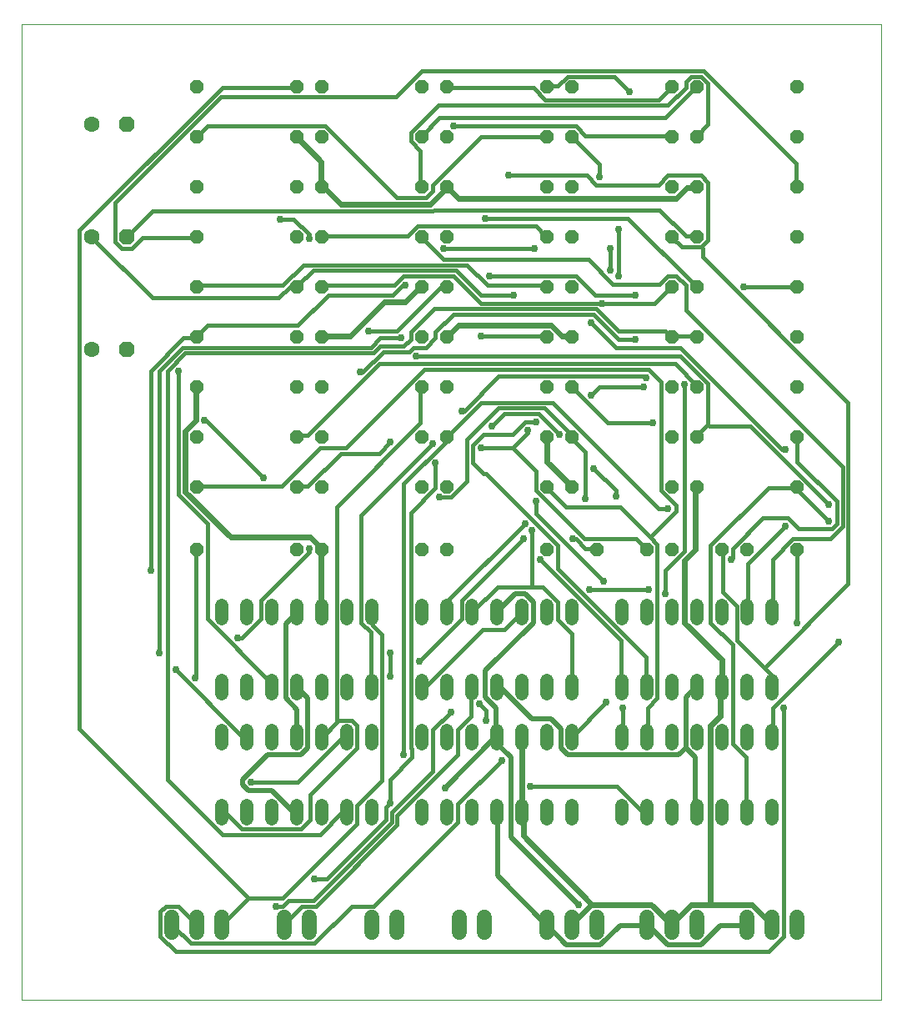
<source format=gbl>
G75*
%MOIN*%
%OFA0B0*%
%FSLAX25Y25*%
%IPPOS*%
%LPD*%
%AMOC8*
5,1,8,0,0,1.08239X$1,22.5*
%
%ADD10C,0.00000*%
%ADD11OC8,0.06300*%
%ADD12C,0.06300*%
%ADD13OC8,0.05200*%
%ADD14C,0.05200*%
%ADD15C,0.05937*%
%ADD16C,0.01600*%
%ADD17C,0.02978*%
%ADD18C,0.02400*%
%ADD19C,0.02000*%
D10*
X0001000Y0001000D02*
X0001000Y0390961D01*
X0344701Y0390961D01*
X0344701Y0001000D01*
X0001000Y0001000D01*
D11*
X0043000Y0261000D03*
X0043000Y0306000D03*
X0043000Y0351000D03*
D12*
X0029000Y0351000D03*
X0029000Y0306000D03*
X0029000Y0261000D03*
D13*
X0071000Y0266000D03*
X0071000Y0246000D03*
X0071000Y0226000D03*
X0071000Y0206000D03*
X0071000Y0181000D03*
X0111000Y0181000D03*
X0121000Y0181000D03*
X0121000Y0206000D03*
X0111000Y0206000D03*
X0111000Y0226000D03*
X0121000Y0226000D03*
X0121000Y0246000D03*
X0111000Y0246000D03*
X0111000Y0266000D03*
X0121000Y0266000D03*
X0121000Y0286000D03*
X0111000Y0286000D03*
X0111000Y0306000D03*
X0121000Y0306000D03*
X0121000Y0326000D03*
X0111000Y0326000D03*
X0111000Y0346000D03*
X0121000Y0346000D03*
X0121000Y0366000D03*
X0111000Y0366000D03*
X0071000Y0366000D03*
X0071000Y0346000D03*
X0071000Y0326000D03*
X0071000Y0306000D03*
X0071000Y0286000D03*
X0161000Y0286000D03*
X0171000Y0286000D03*
X0171000Y0266000D03*
X0161000Y0266000D03*
X0161000Y0246000D03*
X0171000Y0246000D03*
X0171000Y0226000D03*
X0161000Y0226000D03*
X0161000Y0206000D03*
X0171000Y0206000D03*
X0171000Y0181000D03*
X0161000Y0181000D03*
X0211000Y0181000D03*
X0231000Y0181000D03*
X0251000Y0181000D03*
X0261000Y0181000D03*
X0281000Y0181000D03*
X0291000Y0181000D03*
X0311000Y0181000D03*
X0311000Y0206000D03*
X0311000Y0226000D03*
X0311000Y0246000D03*
X0311000Y0266000D03*
X0311000Y0286000D03*
X0311000Y0306000D03*
X0311000Y0326000D03*
X0311000Y0346000D03*
X0311000Y0366000D03*
X0271000Y0366000D03*
X0261000Y0366000D03*
X0261000Y0346000D03*
X0271000Y0346000D03*
X0271000Y0326000D03*
X0261000Y0326000D03*
X0261000Y0306000D03*
X0271000Y0306000D03*
X0271000Y0286000D03*
X0261000Y0286000D03*
X0261000Y0266000D03*
X0271000Y0266000D03*
X0271000Y0246000D03*
X0261000Y0246000D03*
X0261000Y0226000D03*
X0271000Y0226000D03*
X0271000Y0206000D03*
X0261000Y0206000D03*
X0221000Y0206000D03*
X0211000Y0206000D03*
X0211000Y0226000D03*
X0221000Y0226000D03*
X0221000Y0246000D03*
X0211000Y0246000D03*
X0211000Y0266000D03*
X0221000Y0266000D03*
X0221000Y0286000D03*
X0211000Y0286000D03*
X0211000Y0306000D03*
X0221000Y0306000D03*
X0221000Y0326000D03*
X0211000Y0326000D03*
X0211000Y0346000D03*
X0221000Y0346000D03*
X0221000Y0366000D03*
X0211000Y0366000D03*
X0171000Y0366000D03*
X0161000Y0366000D03*
X0161000Y0346000D03*
X0171000Y0346000D03*
X0171000Y0326000D03*
X0161000Y0326000D03*
X0161000Y0306000D03*
X0171000Y0306000D03*
D14*
X0171000Y0158600D02*
X0171000Y0153400D01*
X0161000Y0153400D02*
X0161000Y0158600D01*
X0141000Y0158600D02*
X0141000Y0153400D01*
X0131000Y0153400D02*
X0131000Y0158600D01*
X0121000Y0158600D02*
X0121000Y0153400D01*
X0111000Y0153400D02*
X0111000Y0158600D01*
X0101000Y0158600D02*
X0101000Y0153400D01*
X0091000Y0153400D02*
X0091000Y0158600D01*
X0081000Y0158600D02*
X0081000Y0153400D01*
X0081000Y0128600D02*
X0081000Y0123400D01*
X0091000Y0123400D02*
X0091000Y0128600D01*
X0101000Y0128600D02*
X0101000Y0123400D01*
X0111000Y0123400D02*
X0111000Y0128600D01*
X0121000Y0128600D02*
X0121000Y0123400D01*
X0131000Y0123400D02*
X0131000Y0128600D01*
X0141000Y0128600D02*
X0141000Y0123400D01*
X0141000Y0108600D02*
X0141000Y0103400D01*
X0131000Y0103400D02*
X0131000Y0108600D01*
X0121000Y0108600D02*
X0121000Y0103400D01*
X0111000Y0103400D02*
X0111000Y0108600D01*
X0101000Y0108600D02*
X0101000Y0103400D01*
X0091000Y0103400D02*
X0091000Y0108600D01*
X0081000Y0108600D02*
X0081000Y0103400D01*
X0081000Y0078600D02*
X0081000Y0073400D01*
X0091000Y0073400D02*
X0091000Y0078600D01*
X0101000Y0078600D02*
X0101000Y0073400D01*
X0111000Y0073400D02*
X0111000Y0078600D01*
X0121000Y0078600D02*
X0121000Y0073400D01*
X0131000Y0073400D02*
X0131000Y0078600D01*
X0141000Y0078600D02*
X0141000Y0073400D01*
X0161000Y0073400D02*
X0161000Y0078600D01*
X0171000Y0078600D02*
X0171000Y0073400D01*
X0181000Y0073400D02*
X0181000Y0078600D01*
X0191000Y0078600D02*
X0191000Y0073400D01*
X0201000Y0073400D02*
X0201000Y0078600D01*
X0211000Y0078600D02*
X0211000Y0073400D01*
X0221000Y0073400D02*
X0221000Y0078600D01*
X0241000Y0078600D02*
X0241000Y0073400D01*
X0251000Y0073400D02*
X0251000Y0078600D01*
X0261000Y0078600D02*
X0261000Y0073400D01*
X0271000Y0073400D02*
X0271000Y0078600D01*
X0281000Y0078600D02*
X0281000Y0073400D01*
X0291000Y0073400D02*
X0291000Y0078600D01*
X0301000Y0078600D02*
X0301000Y0073400D01*
X0301000Y0103400D02*
X0301000Y0108600D01*
X0291000Y0108600D02*
X0291000Y0103400D01*
X0281000Y0103400D02*
X0281000Y0108600D01*
X0271000Y0108600D02*
X0271000Y0103400D01*
X0261000Y0103400D02*
X0261000Y0108600D01*
X0251000Y0108600D02*
X0251000Y0103400D01*
X0241000Y0103400D02*
X0241000Y0108600D01*
X0241000Y0123400D02*
X0241000Y0128600D01*
X0251000Y0128600D02*
X0251000Y0123400D01*
X0261000Y0123400D02*
X0261000Y0128600D01*
X0271000Y0128600D02*
X0271000Y0123400D01*
X0281000Y0123400D02*
X0281000Y0128600D01*
X0291000Y0128600D02*
X0291000Y0123400D01*
X0301000Y0123400D02*
X0301000Y0128600D01*
X0301000Y0153400D02*
X0301000Y0158600D01*
X0291000Y0158600D02*
X0291000Y0153400D01*
X0281000Y0153400D02*
X0281000Y0158600D01*
X0271000Y0158600D02*
X0271000Y0153400D01*
X0261000Y0153400D02*
X0261000Y0158600D01*
X0251000Y0158600D02*
X0251000Y0153400D01*
X0241000Y0153400D02*
X0241000Y0158600D01*
X0221000Y0158600D02*
X0221000Y0153400D01*
X0211000Y0153400D02*
X0211000Y0158600D01*
X0201000Y0158600D02*
X0201000Y0153400D01*
X0191000Y0153400D02*
X0191000Y0158600D01*
X0181000Y0158600D02*
X0181000Y0153400D01*
X0181000Y0128600D02*
X0181000Y0123400D01*
X0171000Y0123400D02*
X0171000Y0128600D01*
X0161000Y0128600D02*
X0161000Y0123400D01*
X0161000Y0108600D02*
X0161000Y0103400D01*
X0171000Y0103400D02*
X0171000Y0108600D01*
X0181000Y0108600D02*
X0181000Y0103400D01*
X0191000Y0103400D02*
X0191000Y0108600D01*
X0201000Y0108600D02*
X0201000Y0103400D01*
X0211000Y0103400D02*
X0211000Y0108600D01*
X0221000Y0108600D02*
X0221000Y0103400D01*
X0221000Y0123400D02*
X0221000Y0128600D01*
X0211000Y0128600D02*
X0211000Y0123400D01*
X0201000Y0123400D02*
X0201000Y0128600D01*
X0191000Y0128600D02*
X0191000Y0123400D01*
D15*
X0186000Y0033969D02*
X0186000Y0028031D01*
X0176000Y0028031D02*
X0176000Y0033969D01*
X0151000Y0033969D02*
X0151000Y0028031D01*
X0141000Y0028031D02*
X0141000Y0033969D01*
X0116000Y0033969D02*
X0116000Y0028031D01*
X0106000Y0028031D02*
X0106000Y0033969D01*
X0081000Y0033969D02*
X0081000Y0028031D01*
X0071000Y0028031D02*
X0071000Y0033969D01*
X0061000Y0033969D02*
X0061000Y0028031D01*
X0211000Y0028031D02*
X0211000Y0033969D01*
X0221000Y0033969D02*
X0221000Y0028031D01*
X0231000Y0028031D02*
X0231000Y0033969D01*
X0251000Y0033969D02*
X0251000Y0028031D01*
X0261000Y0028031D02*
X0261000Y0033969D01*
X0271000Y0033969D02*
X0271000Y0028031D01*
X0291000Y0028031D02*
X0291000Y0033969D01*
X0301000Y0033969D02*
X0301000Y0028031D01*
X0311000Y0028031D02*
X0311000Y0033969D01*
D16*
X0305700Y0026300D02*
X0305700Y0117600D01*
X0301300Y0117600D02*
X0327700Y0144000D01*
X0311200Y0151700D02*
X0311200Y0180850D01*
X0311000Y0181000D01*
X0309550Y0185250D02*
X0301300Y0177000D01*
X0301300Y0156100D01*
X0301000Y0156000D01*
X0291400Y0156100D02*
X0291000Y0156000D01*
X0291400Y0156100D02*
X0291400Y0175350D01*
X0306250Y0190200D01*
X0307350Y0193500D02*
X0297450Y0193500D01*
X0285350Y0181400D01*
X0285350Y0177550D01*
X0284800Y0177000D01*
X0281500Y0180850D02*
X0281000Y0181000D01*
X0281500Y0180850D02*
X0281500Y0163800D01*
X0287000Y0158300D01*
X0287000Y0144550D01*
X0298000Y0133550D01*
X0331550Y0167100D01*
X0331550Y0239700D01*
X0273250Y0298000D01*
X0273250Y0301300D01*
X0272700Y0301850D01*
X0265000Y0301850D01*
X0261150Y0305700D01*
X0261000Y0306000D01*
X0266650Y0306250D02*
X0256200Y0316700D01*
X0166000Y0316700D01*
X0165450Y0316150D01*
X0053250Y0316150D01*
X0043350Y0306250D01*
X0043000Y0306000D01*
X0038400Y0304050D02*
X0038400Y0319450D01*
X0080750Y0361800D01*
X0150600Y0361800D01*
X0161050Y0372250D01*
X0273800Y0372250D01*
X0310650Y0335400D01*
X0310650Y0326050D01*
X0311000Y0326000D01*
X0275450Y0327700D02*
X0275450Y0304600D01*
X0272700Y0301850D01*
X0271000Y0306000D02*
X0270500Y0306250D01*
X0266650Y0306250D01*
X0262800Y0290300D02*
X0259500Y0290300D01*
X0256200Y0287000D01*
X0237500Y0287000D01*
X0227600Y0296900D01*
X0169850Y0296900D01*
X0161050Y0305700D01*
X0161000Y0306000D01*
X0159400Y0310100D02*
X0206700Y0310100D01*
X0210550Y0306250D01*
X0211000Y0306000D01*
X0206150Y0301300D02*
X0169850Y0301300D01*
X0174800Y0292500D02*
X0117600Y0292500D01*
X0111550Y0286450D01*
X0111000Y0286000D01*
X0111000Y0285900D01*
X0108250Y0285900D01*
X0103850Y0281500D01*
X0053250Y0281500D01*
X0029050Y0305700D01*
X0029000Y0306000D01*
X0024100Y0308450D02*
X0024100Y0109350D01*
X0091750Y0041700D01*
X0081300Y0031250D01*
X0081000Y0031000D01*
X0071000Y0031000D02*
X0070850Y0031250D01*
X0063700Y0038400D01*
X0058750Y0038400D01*
X0056550Y0036200D01*
X0056550Y0026300D01*
X0062600Y0020250D01*
X0299650Y0020250D01*
X0305700Y0026300D01*
X0291000Y0076000D02*
X0290850Y0076350D01*
X0290850Y0097800D01*
X0285350Y0103300D01*
X0285350Y0142900D01*
X0276550Y0151700D01*
X0276550Y0182500D01*
X0299650Y0205600D01*
X0310650Y0205600D01*
X0311000Y0206000D01*
X0311200Y0205050D01*
X0323850Y0192400D01*
X0324950Y0189100D02*
X0311750Y0189100D01*
X0307350Y0193500D01*
X0309550Y0185250D02*
X0324400Y0185250D01*
X0329350Y0190200D01*
X0329350Y0213850D01*
X0266650Y0276550D01*
X0266650Y0286450D01*
X0262800Y0290300D01*
X0261000Y0286000D02*
X0260600Y0285900D01*
X0254000Y0279300D01*
X0233100Y0279300D01*
X0184700Y0279300D01*
X0173700Y0290300D01*
X0153900Y0290300D01*
X0150050Y0286450D01*
X0121450Y0286450D01*
X0121000Y0286000D01*
X0123650Y0282600D02*
X0111550Y0270500D01*
X0075250Y0270500D01*
X0071400Y0266650D01*
X0071000Y0266000D01*
X0070850Y0265550D01*
X0065900Y0265550D01*
X0052700Y0252350D01*
X0052700Y0172600D01*
X0070850Y0180850D02*
X0071000Y0181000D01*
X0070850Y0180850D02*
X0070850Y0130250D01*
X0070300Y0129700D01*
X0062600Y0133000D02*
X0089550Y0106050D01*
X0090650Y0106050D01*
X0091000Y0106000D01*
X0092850Y0087900D02*
X0111550Y0087900D01*
X0129150Y0105500D01*
X0130800Y0105500D01*
X0131000Y0106000D01*
X0135200Y0110450D02*
X0133000Y0112650D01*
X0128050Y0112650D01*
X0127500Y0112100D01*
X0126950Y0112650D01*
X0126950Y0197900D01*
X0160500Y0231450D01*
X0160500Y0245750D01*
X0161000Y0246000D01*
X0162150Y0252900D02*
X0251800Y0252900D01*
X0256750Y0247950D01*
X0256750Y0204500D01*
X0262800Y0198450D01*
X0262800Y0196250D01*
X0252350Y0185800D01*
X0255100Y0183050D01*
X0255100Y0121450D01*
X0251250Y0117600D01*
X0251250Y0106050D01*
X0251000Y0106000D01*
X0241350Y0106050D02*
X0241350Y0117600D01*
X0234750Y0119800D02*
X0221000Y0106050D01*
X0221000Y0106000D01*
X0221000Y0126000D02*
X0221000Y0147300D01*
X0215500Y0152800D01*
X0215500Y0159950D01*
X0209450Y0166000D01*
X0205050Y0166000D01*
X0205050Y0188550D01*
X0202300Y0191300D02*
X0171500Y0160500D01*
X0171500Y0156100D01*
X0171000Y0156000D01*
X0177000Y0153350D02*
X0177000Y0160500D01*
X0201750Y0185250D01*
X0208350Y0177000D02*
X0240800Y0144550D01*
X0240800Y0126400D01*
X0241000Y0126000D01*
X0250700Y0126400D02*
X0250700Y0137950D01*
X0215500Y0173150D01*
X0215500Y0182500D01*
X0186900Y0211100D01*
X0185800Y0211100D01*
X0181400Y0215500D01*
X0181400Y0222650D01*
X0185800Y0227050D01*
X0197350Y0227050D01*
X0202300Y0232000D01*
X0206700Y0232000D01*
X0207800Y0235300D02*
X0194050Y0235300D01*
X0189100Y0230350D01*
X0191850Y0237500D02*
X0210000Y0237500D01*
X0221000Y0226500D01*
X0221000Y0226000D01*
X0221000Y0225400D01*
X0226500Y0219900D01*
X0226500Y0201200D01*
X0218800Y0197900D02*
X0211100Y0205600D01*
X0211000Y0206000D01*
X0206700Y0204500D02*
X0206700Y0212200D01*
X0197350Y0221550D01*
X0203400Y0227600D01*
X0203400Y0228700D01*
X0207800Y0235300D02*
X0216050Y0227050D01*
X0213300Y0239700D02*
X0184700Y0239700D01*
X0171000Y0226000D01*
X0170950Y0225950D01*
X0170950Y0224300D01*
X0153900Y0207250D01*
X0153900Y0098900D01*
X0157200Y0097800D02*
X0157200Y0101100D01*
X0156650Y0101650D01*
X0156650Y0195700D01*
X0166550Y0205600D01*
X0166550Y0215500D01*
X0165450Y0223200D02*
X0136850Y0194600D01*
X0136850Y0151700D01*
X0140700Y0147850D01*
X0140700Y0126400D01*
X0141000Y0126000D01*
X0148400Y0130250D02*
X0148400Y0139600D01*
X0145100Y0146750D02*
X0145100Y0088450D01*
X0135200Y0078550D01*
X0135200Y0071400D01*
X0105500Y0041700D01*
X0091750Y0041700D01*
X0102750Y0038400D02*
X0105500Y0038400D01*
X0107700Y0040600D01*
X0117600Y0040600D01*
X0148950Y0071950D01*
X0148950Y0075800D01*
X0165450Y0092300D01*
X0165450Y0108800D01*
X0172600Y0115950D01*
X0175350Y0108800D02*
X0175350Y0098900D01*
X0151150Y0074700D01*
X0151150Y0070850D01*
X0118700Y0038400D01*
X0113200Y0038400D01*
X0106050Y0031250D01*
X0106000Y0031000D01*
X0118150Y0023550D02*
X0068650Y0023550D01*
X0061500Y0030700D01*
X0061000Y0031000D01*
X0081300Y0067000D02*
X0059300Y0089000D01*
X0059300Y0252350D01*
X0066450Y0259500D01*
X0141800Y0259500D01*
X0144550Y0262250D01*
X0153900Y0262250D01*
X0156650Y0265000D01*
X0156650Y0267750D01*
X0166000Y0277100D01*
X0230900Y0277100D01*
X0239700Y0268300D01*
X0258400Y0268300D01*
X0260600Y0266100D01*
X0261000Y0266000D01*
X0261700Y0266100D01*
X0270500Y0266100D01*
X0271000Y0266000D01*
X0264450Y0261700D02*
X0238600Y0261700D01*
X0228700Y0271600D01*
X0229800Y0274900D02*
X0239700Y0265000D01*
X0246300Y0265000D01*
X0250150Y0250150D02*
X0250700Y0249600D01*
X0250150Y0250150D02*
X0191850Y0250150D01*
X0178100Y0236400D01*
X0177000Y0236400D01*
X0179200Y0224850D02*
X0191850Y0237500D01*
X0197350Y0221550D02*
X0184700Y0221550D01*
X0179200Y0224850D02*
X0179200Y0208350D01*
X0172600Y0201750D01*
X0168200Y0201750D01*
X0148400Y0223750D02*
X0144000Y0219350D01*
X0128600Y0219350D01*
X0115400Y0206150D01*
X0111000Y0206150D01*
X0111000Y0206000D01*
X0104950Y0206150D02*
X0120350Y0221550D01*
X0130800Y0221550D01*
X0162150Y0252900D01*
X0158850Y0258400D02*
X0264450Y0258400D01*
X0275450Y0247400D01*
X0275450Y0230900D01*
X0276000Y0230350D01*
X0292500Y0230350D01*
X0323850Y0199000D01*
X0327150Y0200100D02*
X0327150Y0191300D01*
X0324950Y0189100D01*
X0327150Y0200100D02*
X0311200Y0216050D01*
X0311200Y0225950D01*
X0311000Y0226000D01*
X0306250Y0221000D02*
X0305150Y0221000D01*
X0264450Y0261700D01*
X0262250Y0255100D02*
X0271050Y0246300D01*
X0271000Y0246000D01*
X0266100Y0246850D02*
X0266100Y0180300D01*
X0258400Y0172600D01*
X0258400Y0163250D01*
X0251800Y0164900D02*
X0228150Y0164900D01*
X0233650Y0168200D02*
X0206700Y0195150D01*
X0206700Y0200100D01*
X0206700Y0204500D02*
X0225950Y0185250D01*
X0246850Y0185250D01*
X0250700Y0181400D01*
X0251000Y0181000D01*
X0252350Y0185800D02*
X0240250Y0197900D01*
X0218800Y0197900D01*
X0221550Y0185250D02*
X0222650Y0185250D01*
X0226500Y0181400D01*
X0230900Y0181400D01*
X0231000Y0181000D01*
X0238600Y0202300D02*
X0238600Y0204500D01*
X0229800Y0213300D01*
X0235300Y0231450D02*
X0253450Y0231450D01*
X0249600Y0245750D02*
X0232000Y0245750D01*
X0228700Y0242450D01*
X0221000Y0245750D02*
X0235300Y0231450D01*
X0221000Y0245750D02*
X0221000Y0246000D01*
X0213300Y0239700D02*
X0255650Y0197350D01*
X0259500Y0197350D01*
X0271000Y0226000D02*
X0271050Y0226500D01*
X0275450Y0230900D01*
X0262250Y0255100D02*
X0144000Y0255100D01*
X0115400Y0226500D01*
X0111000Y0226500D01*
X0111000Y0226000D01*
X0097800Y0209450D02*
X0074700Y0232550D01*
X0074150Y0232550D01*
X0063700Y0252350D02*
X0063700Y0202850D01*
X0075250Y0191300D01*
X0075250Y0153350D01*
X0100550Y0128050D01*
X0100550Y0126400D01*
X0101000Y0126000D01*
X0089000Y0145650D02*
X0096700Y0153350D01*
X0096700Y0160500D01*
X0115950Y0179750D01*
X0115950Y0181400D01*
X0104950Y0206150D02*
X0071400Y0206150D01*
X0071000Y0206000D01*
X0056000Y0252350D02*
X0065350Y0261700D01*
X0140700Y0261700D01*
X0144550Y0265550D01*
X0152800Y0265550D01*
X0151150Y0268300D02*
X0168750Y0285900D01*
X0170950Y0285900D01*
X0171000Y0286000D01*
X0174800Y0292500D02*
X0184700Y0282600D01*
X0197900Y0282600D01*
X0187450Y0286450D02*
X0210550Y0286450D01*
X0211000Y0286000D01*
X0222650Y0290300D02*
X0188000Y0290300D01*
X0187450Y0286450D02*
X0179200Y0294700D01*
X0113750Y0294700D01*
X0105500Y0286450D01*
X0071400Y0286450D01*
X0071000Y0286000D01*
X0070850Y0305700D02*
X0071000Y0306000D01*
X0070850Y0305700D02*
X0049400Y0305700D01*
X0045000Y0301300D01*
X0041150Y0301300D01*
X0038400Y0304050D01*
X0024100Y0308450D02*
X0081300Y0365650D01*
X0111000Y0365650D01*
X0111000Y0366000D01*
X0122550Y0350250D02*
X0075250Y0350250D01*
X0071000Y0346000D01*
X0104400Y0312850D02*
X0109900Y0312850D01*
X0115950Y0306800D01*
X0115950Y0305150D01*
X0121000Y0306000D02*
X0121450Y0306250D01*
X0155550Y0306250D01*
X0159400Y0310100D01*
X0162700Y0321650D02*
X0151150Y0321650D01*
X0122550Y0350250D01*
X0156650Y0347500D02*
X0156650Y0344200D01*
X0160500Y0340350D01*
X0160500Y0326050D01*
X0161000Y0326000D01*
X0165450Y0326600D02*
X0165450Y0324400D01*
X0162700Y0321650D01*
X0165450Y0326600D02*
X0184700Y0345850D01*
X0210550Y0345850D01*
X0211000Y0346000D01*
X0221000Y0346000D02*
X0221000Y0345850D01*
X0232000Y0334850D01*
X0232000Y0329900D01*
X0230900Y0326600D02*
X0255650Y0326600D01*
X0259500Y0330450D01*
X0272700Y0330450D01*
X0275450Y0327700D01*
X0271000Y0346000D02*
X0271050Y0346400D01*
X0275450Y0350800D01*
X0275450Y0367300D01*
X0272700Y0370050D01*
X0268850Y0370050D01*
X0266650Y0367850D01*
X0266650Y0365650D01*
X0259500Y0358500D01*
X0167650Y0358500D01*
X0156650Y0347500D01*
X0161050Y0346400D02*
X0161000Y0346000D01*
X0161050Y0346400D02*
X0168200Y0353550D01*
X0258400Y0353550D01*
X0270500Y0365650D01*
X0271000Y0366000D01*
X0261000Y0366000D02*
X0260600Y0365650D01*
X0255650Y0360700D01*
X0210550Y0360700D01*
X0205600Y0365650D01*
X0171500Y0365650D01*
X0171000Y0366000D01*
X0173700Y0350250D02*
X0222650Y0350250D01*
X0226500Y0346400D01*
X0260600Y0346400D01*
X0261000Y0346000D01*
X0244100Y0364000D02*
X0238050Y0370050D01*
X0219350Y0370050D01*
X0215500Y0366200D01*
X0211100Y0366200D01*
X0211000Y0366000D01*
X0195700Y0330450D02*
X0227050Y0330450D01*
X0230900Y0326600D01*
X0243550Y0313400D02*
X0186350Y0313400D01*
X0173700Y0274900D02*
X0229800Y0274900D01*
X0230350Y0282600D02*
X0222650Y0290300D01*
X0230350Y0282600D02*
X0246300Y0282600D01*
X0239700Y0290300D02*
X0239700Y0309000D01*
X0243550Y0313400D02*
X0270500Y0286450D01*
X0271000Y0286000D01*
X0289750Y0285900D02*
X0310650Y0285900D01*
X0311000Y0286000D01*
X0236400Y0292500D02*
X0236400Y0301300D01*
X0211000Y0266000D02*
X0210550Y0266100D01*
X0184700Y0266100D01*
X0173700Y0274900D02*
X0166550Y0267750D01*
X0166550Y0265550D01*
X0162700Y0261700D01*
X0157750Y0261700D01*
X0156100Y0260050D01*
X0145650Y0260050D01*
X0137400Y0251800D01*
X0136300Y0251800D01*
X0139600Y0268300D02*
X0151150Y0268300D01*
X0149500Y0282600D02*
X0123650Y0282600D01*
X0149500Y0282600D02*
X0153350Y0286450D01*
X0154450Y0286450D01*
X0056000Y0252350D02*
X0056000Y0139600D01*
X0087350Y0145650D02*
X0089000Y0145650D01*
X0121000Y0106000D02*
X0121450Y0106050D01*
X0127500Y0112100D01*
X0135200Y0110450D02*
X0135200Y0101650D01*
X0116500Y0082950D01*
X0116500Y0073050D01*
X0112650Y0069200D01*
X0089000Y0069200D01*
X0082400Y0075800D01*
X0081300Y0075800D01*
X0081000Y0076000D01*
X0081300Y0067000D02*
X0120350Y0067000D01*
X0129150Y0075800D01*
X0130800Y0075800D01*
X0131000Y0076000D01*
X0146750Y0078000D02*
X0146750Y0073050D01*
X0123100Y0049400D01*
X0118150Y0049400D01*
X0133000Y0038400D02*
X0118150Y0023550D01*
X0133000Y0038400D02*
X0141800Y0038400D01*
X0175350Y0071950D01*
X0175350Y0079100D01*
X0192950Y0096700D01*
X0204500Y0086250D02*
X0239150Y0086250D01*
X0249050Y0076350D01*
X0250700Y0076350D01*
X0251000Y0076000D01*
X0241350Y0106050D02*
X0241000Y0106000D01*
X0251000Y0126000D02*
X0250700Y0126400D01*
X0205050Y0166000D02*
X0191300Y0166000D01*
X0181400Y0156100D01*
X0181000Y0156000D01*
X0177000Y0153350D02*
X0159950Y0136300D01*
X0161050Y0126400D02*
X0161000Y0126000D01*
X0161050Y0126400D02*
X0162700Y0126400D01*
X0185250Y0148950D01*
X0194050Y0148950D01*
X0200650Y0155550D01*
X0201000Y0156000D01*
X0181000Y0126000D02*
X0180850Y0125850D01*
X0180850Y0114300D01*
X0175350Y0108800D01*
X0184150Y0119250D02*
X0186900Y0116500D01*
X0186900Y0112650D01*
X0157200Y0097800D02*
X0148400Y0089000D01*
X0148400Y0079650D01*
X0146750Y0078000D01*
X0145100Y0146750D02*
X0141250Y0150600D01*
X0141250Y0155550D01*
X0141000Y0156000D01*
X0298000Y0133550D02*
X0300750Y0130800D01*
X0300750Y0126400D01*
X0301000Y0126000D01*
X0301300Y0117600D02*
X0301300Y0106050D01*
X0301000Y0106000D01*
D17*
X0305700Y0117600D03*
X0327700Y0144000D03*
X0311200Y0151700D03*
X0284800Y0177000D03*
X0306250Y0190200D03*
X0323850Y0192400D03*
X0323850Y0199000D03*
X0306250Y0221000D03*
X0266100Y0246850D03*
X0253450Y0231450D03*
X0249600Y0245750D03*
X0250700Y0249600D03*
X0246300Y0265000D03*
X0233100Y0279300D03*
X0228700Y0271600D03*
X0246300Y0282600D03*
X0239700Y0290300D03*
X0236400Y0292500D03*
X0236400Y0301300D03*
X0239700Y0309000D03*
X0232000Y0329900D03*
X0244100Y0364000D03*
X0195700Y0330450D03*
X0186350Y0313400D03*
X0169850Y0301300D03*
X0188000Y0290300D03*
X0197900Y0282600D03*
X0206150Y0301300D03*
X0184700Y0266100D03*
X0177000Y0236400D03*
X0189100Y0230350D03*
X0184700Y0221550D03*
X0166550Y0215500D03*
X0165450Y0223200D03*
X0148400Y0223750D03*
X0168200Y0201750D03*
X0202300Y0191300D03*
X0205050Y0188550D03*
X0201750Y0185250D03*
X0208350Y0177000D03*
X0221550Y0185250D03*
X0226500Y0201200D03*
X0229800Y0213300D03*
X0238600Y0202300D03*
X0259500Y0197350D03*
X0251800Y0164900D03*
X0258400Y0163250D03*
X0233650Y0168200D03*
X0228150Y0164900D03*
X0206700Y0200100D03*
X0216050Y0227050D03*
X0206700Y0232000D03*
X0203400Y0228700D03*
X0228700Y0242450D03*
X0289750Y0285900D03*
X0173700Y0350250D03*
X0154450Y0286450D03*
X0139600Y0268300D03*
X0152800Y0265550D03*
X0158850Y0258400D03*
X0136300Y0251800D03*
X0097800Y0209450D03*
X0074150Y0232550D03*
X0063700Y0252350D03*
X0104400Y0312850D03*
X0115950Y0305150D03*
X0115950Y0181400D03*
X0087350Y0145650D03*
X0070300Y0129700D03*
X0062600Y0133000D03*
X0056000Y0139600D03*
X0052700Y0172600D03*
X0092850Y0087900D03*
X0118150Y0049400D03*
X0102750Y0038400D03*
X0148400Y0079650D03*
X0153900Y0098900D03*
X0170400Y0085700D03*
X0192950Y0096700D03*
X0204500Y0086250D03*
X0186900Y0112650D03*
X0184150Y0119250D03*
X0172600Y0115950D03*
X0159950Y0136300D03*
X0148400Y0139600D03*
X0148400Y0130250D03*
X0223750Y0038950D03*
X0241350Y0117600D03*
X0234750Y0119800D03*
D18*
X0201000Y0106000D02*
X0201200Y0105500D01*
X0201200Y0076350D01*
X0201000Y0076000D01*
X0201750Y0075250D01*
X0201750Y0066450D01*
X0228150Y0040050D01*
X0228700Y0038950D01*
X0252900Y0038950D01*
X0260600Y0031250D01*
X0261000Y0031000D01*
X0261700Y0031800D01*
X0268850Y0038950D01*
X0276550Y0038950D01*
X0276550Y0110450D01*
X0280400Y0114300D01*
X0280400Y0125300D01*
X0281000Y0126000D01*
X0280950Y0126400D01*
X0280950Y0136850D01*
X0266100Y0151700D01*
X0266100Y0176450D01*
X0270500Y0180850D01*
X0270500Y0205600D01*
X0271000Y0206000D01*
X0221000Y0206150D02*
X0221000Y0206000D01*
X0221000Y0206150D02*
X0211100Y0216050D01*
X0211100Y0225950D01*
X0211000Y0226000D01*
X0217150Y0266100D02*
X0212750Y0270500D01*
X0175900Y0270500D01*
X0171500Y0266100D01*
X0171000Y0266000D01*
X0154450Y0279850D02*
X0160500Y0285900D01*
X0161000Y0286000D01*
X0154450Y0279850D02*
X0146200Y0279850D01*
X0132450Y0266100D01*
X0121450Y0266100D01*
X0121000Y0266000D01*
X0128600Y0318900D02*
X0122000Y0325500D01*
X0121000Y0326000D01*
X0120900Y0326050D01*
X0120900Y0335950D01*
X0111000Y0345850D01*
X0111000Y0346000D01*
X0128600Y0318900D02*
X0164350Y0318900D01*
X0170950Y0325500D01*
X0171000Y0326000D01*
X0175900Y0321100D01*
X0262800Y0321100D01*
X0267200Y0325500D01*
X0270500Y0325500D01*
X0271000Y0326000D01*
X0221000Y0266100D02*
X0217150Y0266100D01*
X0221000Y0266100D02*
X0221000Y0266000D01*
X0120350Y0181950D02*
X0121000Y0181000D01*
X0120900Y0180850D01*
X0120900Y0156100D01*
X0121000Y0156000D01*
X0120350Y0181950D02*
X0116500Y0185800D01*
X0084600Y0185800D01*
X0066450Y0203950D01*
X0066450Y0228150D01*
X0070850Y0232550D01*
X0070850Y0245750D01*
X0071000Y0246000D01*
X0228700Y0038950D02*
X0221000Y0031250D01*
X0221000Y0031000D01*
X0276550Y0038950D02*
X0293050Y0038950D01*
X0301000Y0031000D01*
D19*
X0291000Y0031000D02*
X0290850Y0030700D01*
X0280400Y0030700D01*
X0272700Y0023000D01*
X0259500Y0023000D01*
X0251800Y0030700D01*
X0251000Y0031000D01*
X0250700Y0030700D01*
X0240250Y0030700D01*
X0232550Y0023000D01*
X0218800Y0023000D01*
X0211650Y0030150D01*
X0211000Y0031000D01*
X0210550Y0031250D01*
X0191300Y0050500D01*
X0191300Y0075800D01*
X0191000Y0076000D01*
X0196800Y0065900D02*
X0223750Y0038950D01*
X0196800Y0065900D02*
X0196800Y0097800D01*
X0190200Y0104400D01*
X0191000Y0106000D01*
X0190200Y0105500D01*
X0170400Y0085700D01*
X0190750Y0106050D02*
X0191000Y0106000D01*
X0190750Y0106050D02*
X0190750Y0117600D01*
X0186350Y0122000D01*
X0186350Y0132450D01*
X0205600Y0151700D01*
X0205600Y0159950D01*
X0202300Y0163250D01*
X0198450Y0163250D01*
X0191300Y0156100D01*
X0191000Y0156000D01*
X0191000Y0126000D02*
X0191300Y0125850D01*
X0192400Y0125850D01*
X0205050Y0113200D01*
X0212750Y0113200D01*
X0216600Y0109350D01*
X0216600Y0101650D01*
X0219350Y0098900D01*
X0263900Y0098900D01*
X0266650Y0101650D01*
X0266650Y0122000D01*
X0270500Y0125850D01*
X0271000Y0126000D01*
X0266650Y0101650D02*
X0270500Y0097800D01*
X0270500Y0076350D01*
X0271000Y0076000D01*
X0115400Y0101650D02*
X0115400Y0121450D01*
X0111000Y0125850D01*
X0111000Y0126000D01*
X0106600Y0121450D02*
X0106600Y0151150D01*
X0111000Y0155550D01*
X0111000Y0156000D01*
X0106600Y0121450D02*
X0111000Y0117050D01*
X0111000Y0106000D01*
X0115400Y0101650D02*
X0112650Y0098900D01*
X0099450Y0098900D01*
X0089550Y0089000D01*
X0089550Y0086800D01*
X0091750Y0084600D01*
X0101100Y0084600D01*
X0109350Y0076350D01*
X0111000Y0076350D01*
X0111000Y0076000D01*
M02*

</source>
